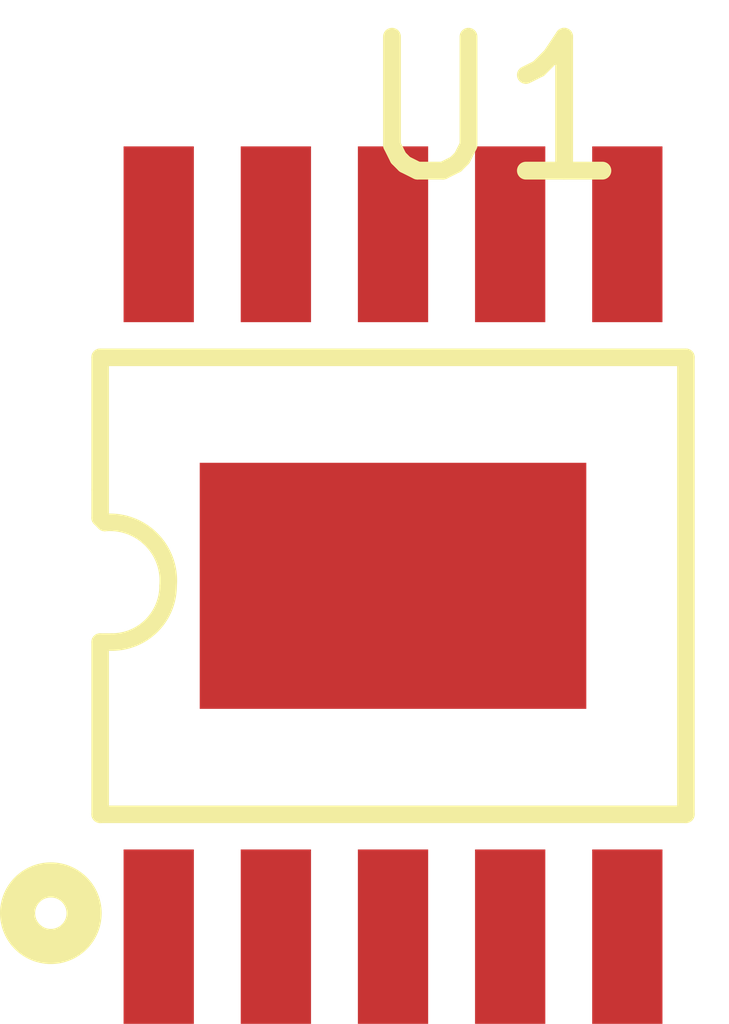
<source format=kicad_pcb>
(kicad_pcb (version 20171130) (host pcbnew "(5.1.5)-3") (page "A4") (layers (0 "F.Cu" signal) (31 "B.Cu" signal) (32 "B.Adhes" user) (33 "F.Adhes" user) (34 "B.Paste" user) (35 "F.Paste" user) (36 "B.SilkS" user) (37 "F.SilkS" user) (38 "B.Mask" user) (39 "F.Mask" user) (40 "Dwgs.User" user) (41 "Cmts.User" user) (42 "Eco1.User" user) (43 "Eco2.User" user) (44 "Edge.Cuts" user) (45 "Margin" user) (46 "B.CrtYd" user) (47 "F.CrtYd" user) (48 "B.Fab" user hide) (49 "F.Fab" user hide)) (net 0 "") (module "easyeda:ESSOP-10_L4.9-W3.9-P1.00-LS6.0-BL-EP" (layer "F.Cu") (at 12.7 12.7) (attr smd) (fp_text value "ESSOP-10_L4.9-W3.9-P1.00-LS6.0-BL-EP" (at -0.381 -5.842 0) (layer "F.Fab") hide (effects (font (size 1.143 1.143) (thickness 0.152)) (justify left))) (fp_text reference "U1" (at -0.381 -4.064 0) (layer "F.SilkS") (effects (font (size 1.143 1.143) (thickness 0.152)) (justify left))) (fp_line (start -2.46 -0.54) (end -2.5 -0.58) (width 0.15) (layer "F.SilkS")) (fp_line (start -2.5 -0.58) (end -2.5 -0.82) (width 0.15) (layer "F.SilkS")) (fp_line (start -2.5 -0.82) (end -2.5 -1.95) (width 0.15) (layer "F.SilkS")) (fp_line (start -2.5 0.48) (end -2.4 0.48) (width 0.15) (layer "F.SilkS")) (fp_line (start -2.5 1.95) (end -2.5 0.48) (width 0.15) (layer "F.SilkS")) (fp_line (start 2.5 1.95) (end 2.5 -1.95) (width 0.15) (layer "F.SilkS")) (fp_line (start -2.5 -1.95) (end 2.5 -1.95) (width 0.15) (layer "F.SilkS")) (fp_line (start -2.5 1.95) (end 2.5 1.95) (width 0.15) (layer "F.SilkS")) (fp_circle (center -2.921 2.794) (end -2.637 2.794) (layer "F.SilkS") (width 0.3)) (fp_arc (start -2.4 0) (end -1.92 0) (angle 90) (width 0.15) (layer "F.SilkS")) (fp_arc (start -2.416 -0.044) (end -2.46 -0.54) (angle 100.121) (width 0.15) (layer "F.SilkS")) (fp_circle (center -2.159 2.667) (end -2.009 2.667) (layer "Cmts.User") (width 0.3)) (pad 11 smd rect (at 0 0 180) (size 3.3 2.1) (layers "F.Cu" "F.Paste" "F.Mask")) (pad 1 smd rect (at -2 3 90) (size 1.5 0.6) (layers "F.Cu" "F.Paste" "F.Mask")) (pad 2 smd rect (at -1 3 90) (size 1.5 0.6) (layers "F.Cu" "F.Paste" "F.Mask")) (pad 3 smd rect (at 0 3 90) (size 1.5 0.6) (layers "F.Cu" "F.Paste" "F.Mask")) (pad 4 smd rect (at 1 3 90) (size 1.5 0.6) (layers "F.Cu" "F.Paste" "F.Mask")) (pad 5 smd rect (at 2 3 90) (size 1.5 0.6) (layers "F.Cu" "F.Paste" "F.Mask")) (pad 6 smd rect (at 2 -3 90) (size 1.5 0.6) (layers "F.Cu" "F.Paste" "F.Mask")) (pad 7 smd rect (at 1 -3 90) (size 1.5 0.6) (layers "F.Cu" "F.Paste" "F.Mask")) (pad 8 smd rect (at 0 -3 90) (size 1.5 0.6) (layers "F.Cu" "F.Paste" "F.Mask")) (pad 9 smd rect (at -1 -3 90) (size 1.5 0.6) (layers "F.Cu" "F.Paste" "F.Mask")) (pad 10 smd rect (at -2 -3 90) (size 1.5 0.6) (layers "F.Cu" "F.Paste" "F.Mask")) (fp_text user gge358 (at 0 0) (layer "Cmts.User") (effects (font (size 1 1) (thickness 0.15))))))
</source>
